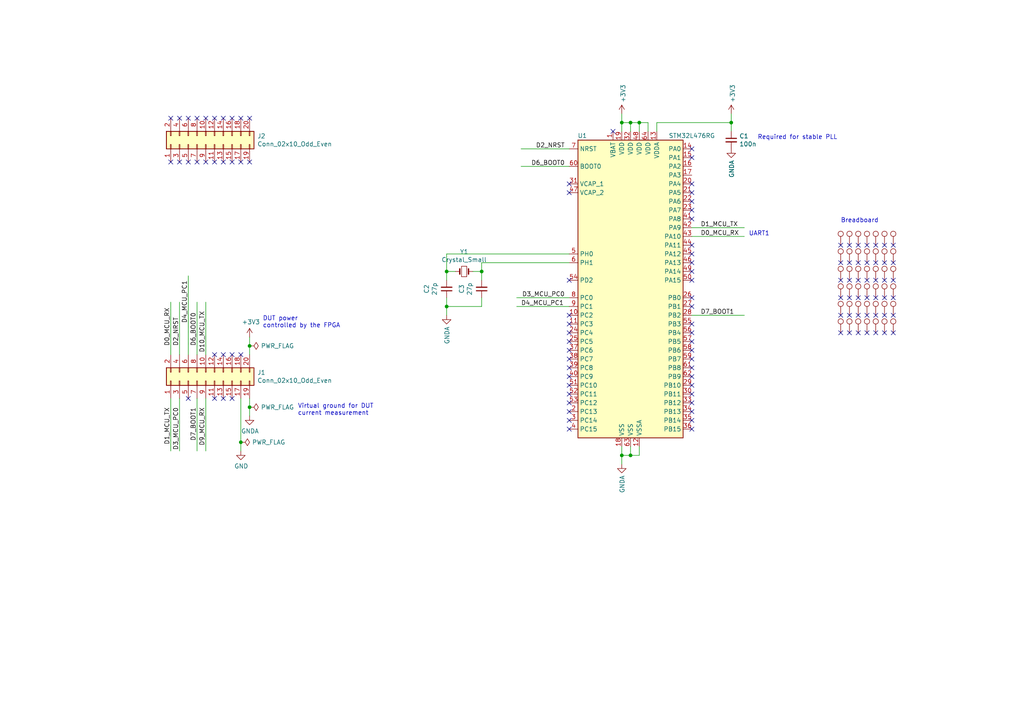
<source format=kicad_sch>
(kicad_sch (version 20230121) (generator eeschema)
  (paper "A4")
  (title_block (title "Scaffold STM32L476 daughterboard") (date "2024-0-21") (company "Laurent Bonnet") (comment 1 "Under LGPL v3 license"))
  (lib_symbols
    (symbol "stm32f205-rescue:+3V3-power" (power) (pin_names (offset 0))
      (property "Value" "+3V3-power" (at 0 3.556 0))
      (symbol "+3V3-power_0_1"
        (polyline (pts (xy -0.762 1.27) (xy 0 2.54)))
        (polyline (pts (xy 0 0) (xy 0 2.54)))
        (polyline (pts (xy 0 2.54) (xy 0.762 1.27)))
      )
      (symbol "+3V3-power_1_1"
        (pin power_in line (at 0 0 90) (length 0) hide (name "+3V3") (number "1"))
      )
    )
    (symbol "stm32f205-rescue:C_Small-Device" (pin_numbers hide) (pin_names (offset 0.254) hide)
      (property "Reference" "C" (at 0.254 1.778 0))
      (property "Value" "Device_C_Small" (at 0.254 -2.032 0))
      (symbol "C_Small-Device_0_1"
        (polyline (pts (xy -1.524 -0.508) (xy 1.524 -0.508)) (stroke (width 0.3302)))
        (polyline (pts (xy -1.524 0.508) (xy 1.524 0.508)) (stroke (width 0.3048)))
      )
      (symbol "C_Small-Device_1_1"
        (pin passive line (at 0 2.54 270) (length 2.032) (name "~") (number "1"))
        (pin passive line (at 0 -2.54 90) (length 2.032) (name "~") (number "2"))
      )
    )
    (symbol "stm32f205-rescue:Conn_02x10_Odd_Even-Connector_Generic" (pin_names (offset 1.016) hide)
      (property "Reference" "J" (at 1.27 12.7 0))
      (property "Value" "Connector_Generic_Conn_02x10_Odd_Even" (at 1.27 -15.24 0))
      (symbol "Conn_02x10_Odd_Even-Connector_Generic_1_1"
        (rectangle (start -1.27 -12.573) (end 0 -12.827) (stroke (width 0.1524)))
        (rectangle (start -1.27 -10.033) (end 0 -10.287) (stroke (width 0.1524)))
        (rectangle (start -1.27 -7.493) (end 0 -7.747) (stroke (width 0.1524)))
        (rectangle (start -1.27 -4.953) (end 0 -5.207) (stroke (width 0.1524)))
        (rectangle (start -1.27 -2.413) (end 0 -2.667) (stroke (width 0.1524)))
        (rectangle (start -1.27 0.127) (end 0 -0.127) (stroke (width 0.1524)))
        (rectangle (start -1.27 2.667) (end 0 2.413) (stroke (width 0.1524)))
        (rectangle (start -1.27 5.207) (end 0 4.953) (stroke (width 0.1524)))
        (rectangle (start -1.27 7.747) (end 0 7.493) (stroke (width 0.1524)))
        (rectangle (start -1.27 10.287) (end 0 10.033) (stroke (width 0.1524)))
        (rectangle (start -1.27 11.43) (end 3.81 -13.97) (stroke (width 0.254)) (fill (type background)))
        (rectangle (start 3.81 -12.573) (end 2.54 -12.827) (stroke (width 0.1524)))
        (rectangle (start 3.81 -10.033) (end 2.54 -10.287) (stroke (width 0.1524)))
        (rectangle (start 3.81 -7.493) (end 2.54 -7.747) (stroke (width 0.1524)))
        (rectangle (start 3.81 -4.953) (end 2.54 -5.207) (stroke (width 0.1524)))
        (rectangle (start 3.81 -2.413) (end 2.54 -2.667) (stroke (width 0.1524)))
        (rectangle (start 3.81 0.127) (end 2.54 -0.127) (stroke (width 0.1524)))
        (rectangle (start 3.81 2.667) (end 2.54 2.413) (stroke (width 0.1524)))
        (rectangle (start 3.81 5.207) (end 2.54 4.953) (stroke (width 0.1524)))
        (rectangle (start 3.81 7.747) (end 2.54 7.493) (stroke (width 0.1524)))
        (rectangle (start 3.81 10.287) (end 2.54 10.033) (stroke (width 0.1524)))
        (pin passive line (at -5.08 10.16 0) (length 3.81) (name "Pin_1") (number "1"))
        (pin passive line (at 7.62 0 180) (length 3.81) (name "Pin_10") (number "10"))
        (pin passive line (at -5.08 -2.54 0) (length 3.81) (name "Pin_11") (number "11"))
        (pin passive line (at 7.62 -2.54 180) (length 3.81) (name "Pin_12") (number "12"))
        (pin passive line (at -5.08 -5.08 0) (length 3.81) (name "Pin_13") (number "13"))
        (pin passive line (at 7.62 -5.08 180) (length 3.81) (name "Pin_14") (number "14"))
        (pin passive line (at -5.08 -7.62 0) (length 3.81) (name "Pin_15") (number "15"))
        (pin passive line (at 7.62 -7.62 180) (length 3.81) (name "Pin_16") (number "16"))
        (pin passive line (at -5.08 -10.16 0) (length 3.81) (name "Pin_17") (number "17"))
        (pin passive line (at 7.62 -10.16 180) (length 3.81) (name "Pin_18") (number "18"))
        (pin passive line (at -5.08 -12.7 0) (length 3.81) (name "Pin_19") (number "19"))
        (pin passive line (at 7.62 10.16 180) (length 3.81) (name "Pin_2") (number "2"))
        (pin passive line (at 7.62 -12.7 180) (length 3.81) (name "Pin_20") (number "20"))
        (pin passive line (at -5.08 7.62 0) (length 3.81) (name "Pin_3") (number "3"))
        (pin passive line (at 7.62 7.62 180) (length 3.81) (name "Pin_4") (number "4"))
        (pin passive line (at -5.08 5.08 0) (length 3.81) (name "Pin_5") (number "5"))
        (pin passive line (at 7.62 5.08 180) (length 3.81) (name "Pin_6") (number "6"))
        (pin passive line (at -5.08 2.54 0) (length 3.81) (name "Pin_7") (number "7"))
        (pin passive line (at 7.62 2.54 180) (length 3.81) (name "Pin_8") (number "8"))
        (pin passive line (at -5.08 0 0) (length 3.81) (name "Pin_9") (number "9"))
      )
    )
    (symbol "stm32f205-rescue:Crystal_Small-Device" (pin_numbers hide) (pin_names (offset 1.016) hide)
      (property "Reference" "Y" (at 0 2.54 0))
      (property "Value" "Device_Crystal_Small" (at 0 -2.54 0))
      (symbol "Crystal_Small-Device_0_1"
        (rectangle (start -0.762 -1.524) (end 0.762 1.524))
        (polyline (pts (xy -1.27 -0.762) (xy -1.27 0.762)) (stroke (width 0.381)))
        (polyline (pts (xy 1.27 -0.762) (xy 1.27 0.762)) (stroke (width 0.381)))
      )
      (symbol "Crystal_Small-Device_1_1"
        (pin passive line (at -2.54 0 0) (length 1.27) (name "1") (number "1"))
        (pin passive line (at 2.54 0 180) (length 1.27) (name "2") (number "2"))
      )
    )
    (symbol "stm32f205-rescue:GND-power" (power) (pin_names (offset 0))
      (property "Value" "GND-power" (at 0 -3.81 0))
      (symbol "GND-power_0_1"
        (polyline (pts (xy 0 0) (xy 0 -1.27) (xy 1.27 -1.27) (xy 0 -2.54) (xy -1.27 -1.27) (xy 0 -1.27)))
      )
      (symbol "GND-power_1_1"
        (pin power_in line (at 0 0 270) (length 0) hide (name "GND") (number "1"))
      )
    )
    (symbol "stm32f205-rescue:GNDA-power" (power) (pin_names (offset 0))
      (property "Value" "GNDA-power" (at 0 -3.81 0))
      (symbol "GNDA-power_0_1"
        (polyline (pts (xy 0 0) (xy 0 -1.27) (xy 1.27 -1.27) (xy 0 -2.54) (xy -1.27 -1.27) (xy 0 -1.27)))
      )
      (symbol "GNDA-power_1_1"
        (pin power_in line (at 0 0 270) (length 0) hide (name "GNDA") (number "1"))
      )
    )
    (symbol "stm32f205-rescue:PWR_FLAG-power" (power) (pin_numbers hide) (pin_names (offset 0) hide)
      (property "Value" "PWR_FLAG-power" (at 0 3.81 0))
      (symbol "PWR_FLAG-power_0_0"
        (pin power_out line (at 0 0 90) (length 0) (name "pwr") (number "1"))
      )
      (symbol "PWR_FLAG-power_0_1"
        (polyline (pts (xy 0 0) (xy 0 1.27) (xy -1.016 1.905) (xy 0 2.54) (xy 1.016 1.905) (xy 0 1.27)))
      )
    )
    (symbol "stm32f205-rescue:STM32F205RETx-MCU_ST_STM32F2"
      (property "Reference" "U" (at -15.24 44.45 0))
      (property "Value" "MCU_ST_STM32F2_STM32F205RETx" (at 10.16 44.45 0))
      (symbol "STM32F205RETx-MCU_ST_STM32F2_0_1"
        (rectangle (start -15.24 -43.18) (end 15.24 43.18) (stroke (width 0.254)) (fill (type background)))
      )
      (symbol "STM32F205RETx-MCU_ST_STM32F2_1_1"
        (pin power_in line (at -5.08 45.72 270) (length 2.54) (name "VBAT") (number "1"))
        (pin bidirectional line (at -17.78 -7.62 0) (length 2.54) (name "PC2") (number "10"))
        (pin bidirectional line (at -17.78 -10.16 0) (length 2.54) (name "PC3") (number "11"))
        (pin power_in line (at 2.54 -45.72 90) (length 2.54) (name "VSSA") (number "12"))
        (pin power_in line (at 7.62 45.72 270) (length 2.54) (name "VDDA") (number "13"))
        (pin bidirectional line (at 17.78 40.64 180) (length 2.54) (name "PA0") (number "14"))
        (pin bidirectional line (at 17.78 38.1 180) (length 2.54) (name "PA1") (number "15"))
        (pin bidirectional line (at 17.78 35.56 180) (length 2.54) (name "PA2") (number "16"))
        (pin bidirectional line (at 17.78 33.02 180) (length 2.54) (name "PA3") (number "17"))
        (pin power_in line (at -2.54 -45.72 90) (length 2.54) (name "VSS") (number "18"))
        (pin power_in line (at -2.54 45.72 270) (length 2.54) (name "VDD") (number "19"))
        (pin bidirectional line (at -17.78 -35.56 0) (length 2.54) (name "PC13") (number "2"))
        (pin bidirectional line (at 17.78 30.48 180) (length 2.54) (name "PA4") (number "20"))
        (pin bidirectional line (at 17.78 27.94 180) (length 2.54) (name "PA5") (number "21"))
        (pin bidirectional line (at 17.78 25.4 180) (length 2.54) (name "PA6") (number "22"))
        (pin bidirectional line (at 17.78 22.86 180) (length 2.54) (name "PA7") (number "23"))
        (pin bidirectional line (at -17.78 -12.7 0) (length 2.54) (name "PC4") (number "24"))
        (pin bidirectional line (at -17.78 -15.24 0) (length 2.54) (name "PC5") (number "25"))
        (pin bidirectional line (at 17.78 -2.54 180) (length 2.54) (name "PB0") (number "26"))
        (pin bidirectional line (at 17.78 -5.08 180) (length 2.54) (name "PB1") (number "27"))
        (pin bidirectional line (at 17.78 -7.62 180) (length 2.54) (name "PB2") (number "28"))
        (pin bidirectional line (at 17.78 -27.94 180) (length 2.54) (name "PB10") (number "29"))
        (pin bidirectional line (at -17.78 -38.1 0) (length 2.54) (name "PC14") (number "3"))
        (pin bidirectional line (at 17.78 -30.48 180) (length 2.54) (name "PB11") (number "30"))
        (pin power_in line (at -17.78 30.48 0) (length 2.54) (name "VCAP_1") (number "31"))
        (pin power_in line (at 0 45.72 270) (length 2.54) (name "VDD") (number "32"))
        (pin bidirectional line (at 17.78 -33.02 180) (length 2.54) (name "PB12") (number "33"))
        (pin bidirectional line (at 17.78 -35.56 180) (length 2.54) (name "PB13") (number "34"))
        (pin bidirectional line (at 17.78 -38.1 180) (length 2.54) (name "PB14") (number "35"))
        (pin bidirectional line (at 17.78 -40.64 180) (length 2.54) (name "PB15") (number "36"))
        (pin bidirectional line (at -17.78 -17.78 0) (length 2.54) (name "PC6") (number "37"))
        (pin bidirectional line (at -17.78 -20.32 0) (length 2.54) (name "PC7") (number "38"))
        (pin bidirectional line (at -17.78 -22.86 0) (length 2.54) (name "PC8") (number "39"))
        (pin bidirectional line (at -17.78 -40.64 0) (length 2.54) (name "PC15") (number "4"))
        (pin bidirectional line (at -17.78 -25.4 0) (length 2.54) (name "PC9") (number "40"))
        (pin bidirectional line (at 17.78 20.32 180) (length 2.54) (name "PA8") (number "41"))
        (pin bidirectional line (at 17.78 17.78 180) (length 2.54) (name "PA9") (number "42"))
        (pin bidirectional line (at 17.78 15.24 180) (length 2.54) (name "PA10") (number "43"))
        (pin bidirectional line (at 17.78 12.7 180) (length 2.54) (name "PA11") (number "44"))
        (pin bidirectional line (at 17.78 10.16 180) (length 2.54) (name "PA12") (number "45"))
        (pin bidirectional line (at 17.78 7.62 180) (length 2.54) (name "PA13") (number "46"))
        (pin power_in line (at -17.78 27.94 0) (length 2.54) (name "VCAP_2") (number "47"))
        (pin power_in line (at 2.54 45.72 270) (length 2.54) (name "VDD") (number "48"))
        (pin bidirectional line (at 17.78 5.08 180) (length 2.54) (name "PA14") (number "49"))
        (pin input line (at -17.78 10.16 0) (length 2.54) (name "PH0") (number "5"))
        (pin bidirectional line (at 17.78 2.54 180) (length 2.54) (name "PA15") (number "50"))
        (pin bidirectional line (at -17.78 -27.94 0) (length 2.54) (name "PC10") (number "51"))
        (pin bidirectional line (at -17.78 -30.48 0) (length 2.54) (name "PC11") (number "52"))
        (pin bidirectional line (at -17.78 -33.02 0) (length 2.54) (name "PC12") (number "53"))
        (pin bidirectional line (at -17.78 2.54 0) (length 2.54) (name "PD2") (number "54"))
        (pin bidirectional line (at 17.78 -10.16 180) (length 2.54) (name "PB3") (number "55"))
        (pin bidirectional line (at 17.78 -12.7 180) (length 2.54) (name "PB4") (number "56"))
        (pin bidirectional line (at 17.78 -15.24 180) (length 2.54) (name "PB5") (number "57"))
        (pin bidirectional line (at 17.78 -17.78 180) (length 2.54) (name "PB6") (number "58"))
        (pin bidirectional line (at 17.78 -20.32 180) (length 2.54) (name "PB7") (number "59"))
        (pin input line (at -17.78 7.62 0) (length 2.54) (name "PH1") (number "6"))
        (pin input line (at -17.78 35.56 0) (length 2.54) (name "BOOT0") (number "60"))
        (pin bidirectional line (at 17.78 -22.86 180) (length 2.54) (name "PB8") (number "61"))
        (pin bidirectional line (at 17.78 -25.4 180) (length 2.54) (name "PB9") (number "62"))
        (pin power_in line (at 0 -45.72 90) (length 2.54) (name "VSS") (number "63"))
        (pin power_in line (at 5.08 45.72 270) (length 2.54) (name "VDD") (number "64"))
        (pin input line (at -17.78 40.64 0) (length 2.54) (name "NRST") (number "7"))
        (pin bidirectional line (at -17.78 -2.54 0) (length 2.54) (name "PC0") (number "8"))
        (pin bidirectional line (at -17.78 -5.08 0) (length 2.54) (name "PC1") (number "9"))
      )
    )
    (symbol "stm32f205-rescue:TestPoint-Connector" (pin_numbers hide) (pin_names (offset 0.762) hide)
      (property "Reference" "TP" (at 0 6.858 0))
      (property "Value" "Connector_TestPoint" (at 0 5.08 0))
      (symbol "TestPoint-Connector_0_1"
        (circle (center 0 3.302) (radius 0.762))
      )
      (symbol "TestPoint-Connector_1_1"
        (pin passive line (at 0 0 90) (length 2.54) (name "1") (number "1"))
      )
    )
  )
  (junction (at 182.88 35.56))
  (junction (at 72.39 118.11))
  (junction (at 180.34 35.56))
  (junction (at 129.54 78.74))
  (junction (at 69.85 128.27))
  (junction (at 212.09 35.56))
  (junction (at 72.39 100.33))
  (junction (at 129.54 88.9))
  (junction (at 182.88 132.08))
  (junction (at 180.34 132.08))
  (junction (at 185.42 35.56))
  (junction (at 139.7 78.74))
  (no_connect (at 259.08 96.52))
  (no_connect (at 246.38 91.44))
  (no_connect (at 254 81.28))
  (no_connect (at 67.31 115.57))
  (no_connect (at 165.1 114.3))
  (no_connect (at 200.66 63.5))
  (no_connect (at 165.1 53.34))
  (no_connect (at 52.07 34.29))
  (no_connect (at 49.53 46.99))
  (no_connect (at 200.66 81.28))
  (no_connect (at 54.61 34.29))
  (no_connect (at 59.69 46.99))
  (no_connect (at 251.46 76.2))
  (no_connect (at 200.66 93.98))
  (no_connect (at 165.1 119.38))
  (no_connect (at 200.66 78.74))
  (no_connect (at 64.77 102.87))
  (no_connect (at 259.08 91.44))
  (no_connect (at 256.54 86.36))
  (no_connect (at 256.54 81.28))
  (no_connect (at 246.38 76.2))
  (no_connect (at 259.08 76.2))
  (no_connect (at 254 71.12))
  (no_connect (at 64.77 46.99))
  (no_connect (at 254 96.52))
  (no_connect (at 254 76.2))
  (no_connect (at 251.46 86.36))
  (no_connect (at 200.66 116.84))
  (no_connect (at 251.46 96.52))
  (no_connect (at 69.85 46.99))
  (no_connect (at 165.1 106.68))
  (no_connect (at 254 86.36))
  (no_connect (at 200.66 53.34))
  (no_connect (at 165.1 104.14))
  (no_connect (at 200.66 106.68))
  (no_connect (at 200.66 121.92))
  (no_connect (at 49.53 34.29))
  (no_connect (at 165.1 116.84))
  (no_connect (at 67.31 102.87))
  (no_connect (at 62.23 115.57))
  (no_connect (at 246.38 96.52))
  (no_connect (at 165.1 93.98))
  (no_connect (at 165.1 109.22))
  (no_connect (at 165.1 121.92))
  (no_connect (at 243.84 81.28))
  (no_connect (at 259.08 81.28))
  (no_connect (at 64.77 115.57))
  (no_connect (at 67.31 46.99))
  (no_connect (at 251.46 71.12))
  (no_connect (at 248.92 96.52))
  (no_connect (at 200.66 96.52))
  (no_connect (at 59.69 34.29))
  (no_connect (at 165.1 91.44))
  (no_connect (at 200.66 114.3))
  (no_connect (at 67.31 34.29))
  (no_connect (at 246.38 86.36))
  (no_connect (at 200.66 45.72))
  (no_connect (at 256.54 76.2))
  (no_connect (at 248.92 81.28))
  (no_connect (at 256.54 91.44))
  (no_connect (at 165.1 81.28))
  (no_connect (at 248.92 91.44))
  (no_connect (at 200.66 73.66))
  (no_connect (at 248.92 71.12))
  (no_connect (at 165.1 55.88))
  (no_connect (at 243.84 76.2))
  (no_connect (at 200.66 55.88))
  (no_connect (at 165.1 96.52))
  (no_connect (at 62.23 102.87))
  (no_connect (at 57.15 34.29))
  (no_connect (at 62.23 34.29))
  (no_connect (at 259.08 86.36))
  (no_connect (at 243.84 91.44))
  (no_connect (at 62.23 46.99))
  (no_connect (at 200.66 86.36))
  (no_connect (at 200.66 88.9))
  (no_connect (at 200.66 99.06))
  (no_connect (at 200.66 76.2))
  (no_connect (at 248.92 86.36))
  (no_connect (at 165.1 124.46))
  (no_connect (at 200.66 43.18))
  (no_connect (at 251.46 81.28))
  (no_connect (at 200.66 124.46))
  (no_connect (at 52.07 46.99))
  (no_connect (at 256.54 71.12))
  (no_connect (at 54.61 46.99))
  (no_connect (at 54.61 115.57))
  (no_connect (at 243.84 86.36))
  (no_connect (at 64.77 34.29))
  (no_connect (at 243.84 71.12))
  (no_connect (at 165.1 101.6))
  (no_connect (at 246.38 71.12))
  (no_connect (at 256.54 96.52))
  (no_connect (at 72.39 46.99))
  (no_connect (at 165.1 111.76))
  (no_connect (at 248.92 76.2))
  (no_connect (at 165.1 99.06))
  (no_connect (at 243.84 96.52))
  (no_connect (at 200.66 58.42))
  (no_connect (at 200.66 119.38))
  (no_connect (at 246.38 81.28))
  (no_connect (at 57.15 46.99))
  (no_connect (at 72.39 34.29))
  (no_connect (at 259.08 71.12))
  (no_connect (at 254 91.44))
  (no_connect (at 200.66 71.12))
  (no_connect (at 69.85 102.87))
  (no_connect (at 200.66 111.76))
  (no_connect (at 200.66 104.14))
  (no_connect (at 69.85 34.29))
  (no_connect (at 200.66 60.96))
  (no_connect (at 200.66 101.6))
  (no_connect (at 177.8 38.1))
  (no_connect (at 200.66 109.22))
  (no_connect (at 251.46 91.44))
  (wire (pts (xy 129.54 78.74) (xy 132.08 78.74)))
  (wire (pts (xy 139.7 86.36) (xy 139.7 88.9)))
  (wire (pts (xy 49.53 115.57) (xy 49.53 130.81)))
  (wire (pts (xy 54.61 80.01) (xy 54.61 102.87)))
  (wire (pts (xy 151.13 43.18) (xy 165.1 43.18)))
  (wire (pts (xy 139.7 81.28) (xy 139.7 78.74)))
  (wire (pts (xy 200.66 91.44) (xy 215.9 91.44)))
  (wire (pts (xy 190.5 38.1) (xy 190.5 35.56)))
  (wire (pts (xy 187.96 38.1) (xy 187.96 35.56)))
  (wire (pts (xy 180.34 132.08) (xy 180.34 134.62)))
  (wire (pts (xy 200.66 68.58) (xy 215.9 68.58)))
  (wire (pts (xy 69.85 128.27) (xy 69.85 115.57)))
  (wire (pts (xy 200.66 66.04) (xy 215.9 66.04)))
  (wire (pts (xy 165.1 76.2) (xy 139.7 76.2)))
  (wire (pts (xy 57.15 115.57) (xy 57.15 130.81)))
  (wire (pts (xy 139.7 88.9) (xy 129.54 88.9)))
  (wire (pts (xy 52.07 115.57) (xy 52.07 130.81)))
  (wire (pts (xy 69.85 130.81) (xy 69.85 128.27)))
  (wire (pts (xy 52.07 102.87) (xy 52.07 87.63)))
  (wire (pts (xy 129.54 73.66) (xy 129.54 78.74)))
  (wire (pts (xy 149.86 88.9) (xy 165.1 88.9)))
  (wire (pts (xy 180.34 35.56) (xy 180.34 33.02)))
  (wire (pts (xy 180.34 132.08) (xy 182.88 132.08)))
  (wire (pts (xy 72.39 118.11) (xy 72.39 120.65)))
  (wire (pts (xy 182.88 35.56) (xy 180.34 35.56)))
  (wire (pts (xy 72.39 100.33) (xy 72.39 102.87)))
  (wire (pts (xy 57.15 102.87) (xy 57.15 87.63)))
  (wire (pts (xy 59.69 87.63) (xy 59.69 102.87)))
  (wire (pts (xy 185.42 132.08) (xy 182.88 132.08)))
  (wire (pts (xy 182.88 132.08) (xy 182.88 129.54)))
  (wire (pts (xy 185.42 129.54) (xy 185.42 132.08)))
  (wire (pts (xy 129.54 86.36) (xy 129.54 88.9)))
  (wire (pts (xy 180.34 38.1) (xy 180.34 35.56)))
  (wire (pts (xy 139.7 78.74) (xy 137.16 78.74)))
  (wire (pts (xy 165.1 73.66) (xy 129.54 73.66)))
  (wire (pts (xy 129.54 88.9) (xy 129.54 91.44)))
  (wire (pts (xy 212.09 35.56) (xy 212.09 33.02)))
  (wire (pts (xy 59.69 115.57) (xy 59.69 130.81)))
  (wire (pts (xy 182.88 38.1) (xy 182.88 35.56)))
  (wire (pts (xy 139.7 76.2) (xy 139.7 78.74)))
  (wire (pts (xy 72.39 97.79) (xy 72.39 100.33)))
  (wire (pts (xy 151.13 48.26) (xy 165.1 48.26)))
  (wire (pts (xy 165.1 86.36) (xy 149.86 86.36)))
  (wire (pts (xy 49.53 102.87) (xy 49.53 87.63)))
  (wire (pts (xy 129.54 81.28) (xy 129.54 78.74)))
  (wire (pts (xy 180.34 129.54) (xy 180.34 132.08)))
  (wire (pts (xy 187.96 35.56) (xy 185.42 35.56)))
  (wire (pts (xy 185.42 35.56) (xy 182.88 35.56)))
  (wire (pts (xy 190.5 35.56) (xy 212.09 35.56)))
  (wire (pts (xy 185.42 38.1) (xy 185.42 35.56)))
  (wire (pts (xy 72.39 115.57) (xy 72.39 118.11)))
  (wire (pts (xy 212.09 38.1) (xy 212.09 35.56)))
  (text "DUT power\ncontrolled by the FPGA" (at 76.2 95.25 0) (effects (font (size 1.27 1.27)) (justify left bottom)))
  (text "Virtual ground for DUT\ncurrent measurement" (at 86.36 120.65 0) (effects (font (size 1.27 1.27)) (justify left bottom)))
  (text "UART1" (at 217.17 68.58 0) (effects (font (size 1.27 1.27)) (justify left bottom)))
  (text "Breadboard" (at 243.84 64.77 0) (effects (font (size 1.27 1.27)) (justify left bottom)))
  (text "Required for stable PLL" (at 219.71 40.64 0) (effects (font (size 1.27 1.27)) (justify left bottom)))
  (label "D6_BOOT0" (at 163.83 48.26 180))
  (label "D4_MCU_PC1" (at 151.13 88.9 0))
  (label "D1_MCU_TX" (at 49.53 118.11 270))
  (label "D2_NRST" (at 163.83 43.18 180))
  (label "D6_BOOT0" (at 57.15 100.33 90))
  (label "D0_MCU_RX" (at 49.53 100.33 90))
  (label "D4_MCU_PC1" (at 54.61 81.28 270))
  (label "D3_MCU_PC0" (at 163.83 86.36 180))
  (label "D2_NRST" (at 52.07 100.33 90))
  (label "D7_BOOT1" (at 203.2 91.44 0))
  (label "D9_MCU_RX" (at 59.69 118.11 270))
  (label "D0_MCU_RX" (at 203.2 68.58 0))
  (label "D3_MCU_PC0" (at 52.07 118.11 270))
  (label "D10_MCU_TX" (at 59.69 90.17 270))
  (label "D1_MCU_TX" (at 203.2 66.04 0))
  (label "D7_BOOT1" (at 57.15 118.11 270))
  (symbol (lib_id "stm32f205-rescue:STM32F205RETx-MCU_ST_STM32F2") (at 182.88 83.82 0) (unit 1)
    (property "Reference" "U1" (at 168.91 39.37 0))
    (property "Value" "STM32L476RG" (at 200.66 39.37 0))
    (property "Footprint" "mykicadlibs:ALLSOCKET-QFP64" (effects hide))
    (property "Datasheet" "http://www.st.com/st-web-ui/static/active/en/resource/technical/document/datasheet/CD00237391.pdf" (effects hide))
  )
  (symbol (lib_id "stm32f205-rescue:+3V3-power") (at 180.34 33.02 0) (unit 1)
    (property "Reference" "#PWR0107" (effects hide))
    (property "Value" "+3V3" (at 180.721 29.7688 90) (effects (justify left)))
  )
  (symbol (lib_id "stm32f205-rescue:GNDA-power") (at 180.34 134.62 0) (unit 1)
    (property "Reference" "#PWR0108" (effects hide))
    (property "Value" "GNDA" (at 180.467 137.8458 90) (effects (justify right)))
  )
  (symbol (lib_id "stm32f205-rescue:+3V3-power") (at 212.09 33.02 0) (unit 1)
    (property "Reference" "#PWR0109" (effects hide))
    (property "Value" "+3V3" (at 212.471 29.7688 90) (effects (justify left)))
  )
  (symbol (lib_id "stm32f205-rescue:C_Small-Device") (at 212.09 40.64 0) (unit 1)
    (property "Reference" "C1" (at 214.4268 39.4716 0) (effects (justify left)))
    (property "Value" "100n" (at 214.4268 41.783 0) (effects (justify left)))
    (property "Footprint" "Capacitor_SMD:C_0805_2012Metric" (effects hide))
  )
  (symbol (lib_id "stm32f205-rescue:GNDA-power") (at 212.09 43.18 0) (unit 1)
    (property "Reference" "#PWR0110" (effects hide))
    (property "Value" "GNDA" (at 212.217 46.4058 90) (effects (justify right)))
  )
  (symbol (lib_id "stm32f205-rescue:Crystal_Small-Device") (at 134.62 78.74 0) (unit 1)
    (property "Reference" "Y1" (at 134.62 73.025 0))
    (property "Value" "Crystal_Small" (at 134.62 75.3364 0))
    (property "Footprint" "Crystal:Crystal_HC18-U_Vertical" (effects hide))
  )
  (symbol (lib_id "stm32f205-rescue:C_Small-Device") (at 129.54 83.82 180) (unit 1)
    (property "Reference" "C2" (at 123.7234 83.82 90))
    (property "Value" "27p" (at 126.0348 83.82 90))
    (property "Footprint" "Capacitor_SMD:C_0805_2012Metric" (effects hide))
  )
  (symbol (lib_id "stm32f205-rescue:C_Small-Device") (at 139.7 83.82 180) (unit 1)
    (property "Reference" "C3" (at 133.8834 83.82 90))
    (property "Value" "27p" (at 136.1948 83.82 90))
    (property "Footprint" "Capacitor_SMD:C_0805_2012Metric" (effects hide))
  )
  (symbol (lib_id "stm32f205-rescue:GNDA-power") (at 129.54 91.44 0) (unit 1)
    (property "Reference" "#PWR0111" (effects hide))
    (property "Value" "GNDA" (at 129.667 94.6658 90) (effects (justify right)))
  )
  (symbol (lib_id "stm32f205-rescue:Conn_02x10_Odd_Even-Connector_Generic") (at 59.69 110.49 90) (unit 1)
    (property "Reference" "J1" (at 74.6252 108.0516 90) (effects (justify right)))
    (property "Value" "Conn_02x10_Odd_Even" (at 74.6252 110.363 90) (effects (justify right)))
    (property "Footprint" "Connector_PinSocket_2.54mm:PinSocket_2x10_P2.54mm_Vertical" (effects hide))
  )
  (symbol (lib_id "stm32f205-rescue:Conn_02x10_Odd_Even-Connector_Generic") (at 59.69 41.91 90) (unit 1)
    (property "Reference" "J2" (at 74.6252 39.4716 90) (effects (justify right)))
    (property "Value" "Conn_02x10_Odd_Even" (at 74.6252 41.783 90) (effects (justify right)))
    (property "Footprint" "Connector_PinSocket_2.54mm:PinSocket_2x10_P2.54mm_Vertical" (effects hide))
  )
  (symbol (lib_id "stm32f205-rescue:+3V3-power") (at 72.39 97.79 0) (unit 1)
    (property "Reference" "#PWR0101" (effects hide))
    (property "Value" "+3V3" (at 72.771 93.3958 0))
  )
  (symbol (lib_id "stm32f205-rescue:GNDA-power") (at 72.39 120.65 0) (unit 1)
    (property "Reference" "#PWR0102" (effects hide))
    (property "Value" "GNDA" (at 72.517 125.0442 0))
  )
  (symbol (lib_id "stm32f205-rescue:GND-power") (at 69.85 130.81 0) (unit 1)
    (property "Reference" "#PWR0103" (effects hide))
    (property "Value" "GND" (at 69.977 135.2042 0))
  )
  (symbol (lib_id "stm32f205-rescue:TestPoint-Connector") (at 243.84 71.12 0) (unit 1)
    (property "Reference" "TP1" (effects hide))
    (property "Value" "TestPoint" (effects hide))
    (property "Footprint" "mykicadlibs:TEST_BREADBOARD_RECTANGULAR" (effects hide))
  )
  (symbol (lib_id "stm32f205-rescue:TestPoint-Connector") (at 246.38 71.12 0) (unit 1)
    (property "Reference" "TP7" (effects hide))
    (property "Value" "TestPoint" (effects hide))
    (property "Footprint" "mykicadlibs:TEST_BREADBOARD_RECTANGULAR" (effects hide))
  )
  (symbol (lib_id "stm32f205-rescue:TestPoint-Connector") (at 248.92 71.12 0) (unit 1)
    (property "Reference" "TP13" (effects hide))
    (property "Value" "TestPoint" (effects hide))
    (property "Footprint" "mykicadlibs:TEST_BREADBOARD_RECTANGULAR" (effects hide))
  )
  (symbol (lib_id "stm32f205-rescue:TestPoint-Connector") (at 251.46 71.12 0) (unit 1)
    (property "Reference" "TP19" (effects hide))
    (property "Value" "TestPoint" (effects hide))
    (property "Footprint" "mykicadlibs:TEST_BREADBOARD_RECTANGULAR" (effects hide))
  )
  (symbol (lib_id "stm32f205-rescue:TestPoint-Connector") (at 254 71.12 0) (unit 1)
    (property "Reference" "TP25" (effects hide))
    (property "Value" "TestPoint" (effects hide))
    (property "Footprint" "mykicadlibs:TEST_BREADBOARD_RECTANGULAR" (effects hide))
  )
  (symbol (lib_id "stm32f205-rescue:TestPoint-Connector") (at 256.54 71.12 0) (unit 1)
    (property "Reference" "TP31" (effects hide))
    (property "Value" "TestPoint" (effects hide))
    (property "Footprint" "mykicadlibs:TEST_BREADBOARD_RECTANGULAR" (effects hide))
  )
  (symbol (lib_id "stm32f205-rescue:TestPoint-Connector") (at 259.08 71.12 0) (unit 1)
    (property "Reference" "TP37" (effects hide))
    (property "Value" "TestPoint" (effects hide))
    (property "Footprint" "mykicadlibs:TEST_BREADBOARD_RECTANGULAR" (effects hide))
  )
  (symbol (lib_id "stm32f205-rescue:TestPoint-Connector") (at 243.84 76.2 0) (unit 1)
    (property "Reference" "TP2" (effects hide))
    (property "Value" "TestPoint" (effects hide))
    (property "Footprint" "mykicadlibs:TEST_BREADBOARD_RECTANGULAR" (effects hide))
  )
  (symbol (lib_id "stm32f205-rescue:TestPoint-Connector") (at 246.38 76.2 0) (unit 1)
    (property "Reference" "TP8" (effects hide))
    (property "Value" "TestPoint" (effects hide))
    (property "Footprint" "mykicadlibs:TEST_BREADBOARD_RECTANGULAR" (effects hide))
  )
  (symbol (lib_id "stm32f205-rescue:TestPoint-Connector") (at 248.92 76.2 0) (unit 1)
    (property "Reference" "TP14" (effects hide))
    (property "Value" "TestPoint" (effects hide))
    (property "Footprint" "mykicadlibs:TEST_BREADBOARD_RECTANGULAR" (effects hide))
  )
  (symbol (lib_id "stm32f205-rescue:TestPoint-Connector") (at 251.46 76.2 0) (unit 1)
    (property "Reference" "TP20" (effects hide))
    (property "Value" "TestPoint" (effects hide))
    (property "Footprint" "mykicadlibs:TEST_BREADBOARD_RECTANGULAR" (effects hide))
  )
  (symbol (lib_id "stm32f205-rescue:TestPoint-Connector") (at 254 76.2 0) (unit 1)
    (property "Reference" "TP26" (effects hide))
    (property "Value" "TestPoint" (effects hide))
    (property "Footprint" "mykicadlibs:TEST_BREADBOARD_RECTANGULAR" (effects hide))
  )
  (symbol (lib_id "stm32f205-rescue:TestPoint-Connector") (at 256.54 76.2 0) (unit 1)
    (property "Reference" "TP32" (effects hide))
    (property "Value" "TestPoint" (effects hide))
    (property "Footprint" "mykicadlibs:TEST_BREADBOARD_RECTANGULAR" (effects hide))
  )
  (symbol (lib_id "stm32f205-rescue:TestPoint-Connector") (at 259.08 76.2 0) (unit 1)
    (property "Reference" "TP38" (effects hide))
    (property "Value" "TestPoint" (effects hide))
    (property "Footprint" "mykicadlibs:TEST_BREADBOARD_RECTANGULAR" (effects hide))
  )
  (symbol (lib_id "stm32f205-rescue:TestPoint-Connector") (at 243.84 81.28 0) (unit 1)
    (property "Reference" "TP3" (effects hide))
    (property "Value" "TestPoint" (effects hide))
    (property "Footprint" "mykicadlibs:TEST_BREADBOARD_RECTANGULAR" (effects hide))
  )
  (symbol (lib_id "stm32f205-rescue:TestPoint-Connector") (at 246.38 81.28 0) (unit 1)
    (property "Reference" "TP9" (effects hide))
    (property "Value" "TestPoint" (effects hide))
    (property "Footprint" "mykicadlibs:TEST_BREADBOARD_RECTANGULAR" (effects hide))
  )
  (symbol (lib_id "stm32f205-rescue:TestPoint-Connector") (at 248.92 81.28 0) (unit 1)
    (property "Reference" "TP15" (effects hide))
    (property "Value" "TestPoint" (effects hide))
    (property "Footprint" "mykicadlibs:TEST_BREADBOARD_RECTANGULAR" (effects hide))
  )
  (symbol (lib_id "stm32f205-rescue:TestPoint-Connector") (at 251.46 81.28 0) (unit 1)
    (property "Reference" "TP21" (effects hide))
    (property "Value" "TestPoint" (effects hide))
    (property "Footprint" "mykicadlibs:TEST_BREADBOARD_RECTANGULAR" (effects hide))
  )
  (symbol (lib_id "stm32f205-rescue:TestPoint-Connector") (at 254 81.28 0) (unit 1)
    (property "Reference" "TP27" (effects hide))
    (property "Value" "TestPoint" (effects hide))
    (property "Footprint" "mykicadlibs:TEST_BREADBOARD_RECTANGULAR" (effects hide))
  )
  (symbol (lib_id "stm32f205-rescue:TestPoint-Connector") (at 256.54 81.28 0) (unit 1)
    (property "Reference" "TP33" (effects hide))
    (property "Value" "TestPoint" (effects hide))
    (property "Footprint" "mykicadlibs:TEST_BREADBOARD_RECTANGULAR" (effects hide))
  )
  (symbol (lib_id "stm32f205-rescue:TestPoint-Connector") (at 259.08 81.28 0) (unit 1)
    (property "Reference" "TP39" (effects hide))
    (property "Value" "TestPoint" (effects hide))
    (property "Footprint" "mykicadlibs:TEST_BREADBOARD_RECTANGULAR" (effects hide))
  )
  (symbol (lib_id "stm32f205-rescue:TestPoint-Connector") (at 243.84 86.36 0) (unit 1)
    (property "Reference" "TP4" (effects hide))
    (property "Value" "TestPoint" (effects hide))
    (property "Footprint" "mykicadlibs:TEST_BREADBOARD_RECTANGULAR" (effects hide))
  )
  (symbol (lib_id "stm32f205-rescue:TestPoint-Connector") (at 246.38 86.36 0) (unit 1)
    (property "Reference" "TP10" (effects hide))
    (property "Value" "TestPoint" (effects hide))
    (property "Footprint" "mykicadlibs:TEST_BREADBOARD_RECTANGULAR" (effects hide))
  )
  (symbol (lib_id "stm32f205-rescue:TestPoint-Connector") (at 248.92 86.36 0) (unit 1)
    (property "Reference" "TP16" (effects hide))
    (property "Value" "TestPoint" (effects hide))
    (property "Footprint" "mykicadlibs:TEST_BREADBOARD_RECTANGULAR" (effects hide))
  )
  (symbol (lib_id "stm32f205-rescue:TestPoint-Connector") (at 251.46 86.36 0) (unit 1)
    (property "Reference" "TP22" (effects hide))
    (property "Value" "TestPoint" (effects hide))
    (property "Footprint" "mykicadlibs:TEST_BREADBOARD_RECTANGULAR" (effects hide))
  )
  (symbol (lib_id "stm32f205-rescue:TestPoint-Connector") (at 254 86.36 0) (unit 1)
    (property "Reference" "TP28" (effects hide))
    (property "Value" "TestPoint" (effects hide))
    (property "Footprint" "mykicadlibs:TEST_BREADBOARD_RECTANGULAR" (effects hide))
  )
  (symbol (lib_id "stm32f205-rescue:TestPoint-Connector") (at 256.54 86.36 0) (unit 1)
    (property "Reference" "TP34" (effects hide))
    (property "Value" "TestPoint" (effects hide))
    (property "Footprint" "mykicadlibs:TEST_BREADBOARD_RECTANGULAR" (effects hide))
  )
  (symbol (lib_id "stm32f205-rescue:TestPoint-Connector") (at 259.08 86.36 0) (unit 1)
    (property "Reference" "TP40" (effects hide))
    (property "Value" "TestPoint" (effects hide))
    (property "Footprint" "mykicadlibs:TEST_BREADBOARD_RECTANGULAR" (effects hide))
  )
  (symbol (lib_id "stm32f205-rescue:TestPoint-Connector") (at 243.84 91.44 0) (unit 1)
    (property "Reference" "TP5" (effects hide))
    (property "Value" "TestPoint" (effects hide))
    (property "Footprint" "mykicadlibs:TEST_BREADBOARD_RECTANGULAR" (effects hide))
  )
  (symbol (lib_id "stm32f205-rescue:TestPoint-Connector") (at 246.38 91.44 0) (unit 1)
    (property "Reference" "TP11" (effects hide))
    (property "Value" "TestPoint" (effects hide))
    (property "Footprint" "mykicadlibs:TEST_BREADBOARD_RECTANGULAR" (effects hide))
  )
  (symbol (lib_id "stm32f205-rescue:TestPoint-Connector") (at 248.92 91.44 0) (unit 1)
    (property "Reference" "TP17" (effects hide))
    (property "Value" "TestPoint" (effects hide))
    (property "Footprint" "mykicadlibs:TEST_BREADBOARD_RECTANGULAR" (effects hide))
  )
  (symbol (lib_id "stm32f205-rescue:TestPoint-Connector") (at 251.46 91.44 0) (unit 1)
    (property "Reference" "TP23" (effects hide))
    (property "Value" "TestPoint" (effects hide))
    (property "Footprint" "mykicadlibs:TEST_BREADBOARD_RECTANGULAR" (effects hide))
  )
  (symbol (lib_id "stm32f205-rescue:TestPoint-Connector") (at 254 91.44 0) (unit 1)
    (property "Reference" "TP29" (effects hide))
    (property "Value" "TestPoint" (effects hide))
    (property "Footprint" "mykicadlibs:TEST_BREADBOARD_RECTANGULAR" (effects hide))
  )
  (symbol (lib_id "stm32f205-rescue:TestPoint-Connector") (at 256.54 91.44 0) (unit 1)
    (property "Reference" "TP35" (effects hide))
    (property "Value" "TestPoint" (effects hide))
    (property "Footprint" "mykicadlibs:TEST_BREADBOARD_RECTANGULAR" (effects hide))
  )
  (symbol (lib_id "stm32f205-rescue:TestPoint-Connector") (at 259.08 91.44 0) (unit 1)
    (property "Reference" "TP41" (effects hide))
    (property "Value" "TestPoint" (effects hide))
    (property "Footprint" "mykicadlibs:TEST_BREADBOARD_RECTANGULAR" (effects hide))
  )
  (symbol (lib_id "stm32f205-rescue:TestPoint-Connector") (at 243.84 96.52 0) (unit 1)
    (property "Reference" "TP6" (effects hide))
    (property "Value" "TestPoint" (effects hide))
    (property "Footprint" "mykicadlibs:TEST_BREADBOARD_RECTANGULAR" (effects hide))
  )
  (symbol (lib_id "stm32f205-rescue:TestPoint-Connector") (at 246.38 96.52 0) (unit 1)
    (property "Reference" "TP12" (effects hide))
    (property "Value" "TestPoint" (effects hide))
    (property "Footprint" "mykicadlibs:TEST_BREADBOARD_RECTANGULAR" (effects hide))
  )
  (symbol (lib_id "stm32f205-rescue:TestPoint-Connector") (at 248.92 96.52 0) (unit 1)
    (property "Reference" "TP18" (effects hide))
    (property "Value" "TestPoint" (effects hide))
    (property "Footprint" "mykicadlibs:TEST_BREADBOARD_RECTANGULAR" (effects hide))
  )
  (symbol (lib_id "stm32f205-rescue:TestPoint-Connector") (at 251.46 96.52 0) (unit 1)
    (property "Reference" "TP24" (effects hide))
    (property "Value" "TestPoint" (effects hide))
    (property "Footprint" "mykicadlibs:TEST_BREADBOARD_RECTANGULAR" (effects hide))
  )
  (symbol (lib_id "stm32f205-rescue:TestPoint-Connector") (at 254 96.52 0) (unit 1)
    (property "Reference" "TP30" (effects hide))
    (property "Value" "TestPoint" (effects hide))
    (property "Footprint" "mykicadlibs:TEST_BREADBOARD_RECTANGULAR" (effects hide))
  )
  (symbol (lib_id "stm32f205-rescue:TestPoint-Connector") (at 256.54 96.52 0) (unit 1)
    (property "Reference" "TP36" (effects hide))
    (property "Value" "TestPoint" (effects hide))
    (property "Footprint" "mykicadlibs:TEST_BREADBOARD_RECTANGULAR" (effects hide))
  )
  (symbol (lib_id "stm32f205-rescue:TestPoint-Connector") (at 259.08 96.52 0) (unit 1)
    (property "Reference" "TP42" (effects hide))
    (property "Value" "TestPoint" (effects hide))
    (property "Footprint" "mykicadlibs:TEST_BREADBOARD_RECTANGULAR" (effects hide))
  )
  (symbol (lib_id "stm32f205-rescue:PWR_FLAG-power") (at 72.39 118.11 270) (unit 1)
    (property "Reference" "#FLG0101" (effects hide))
    (property "Value" "PWR_FLAG" (at 75.6412 118.11 90) (effects (justify left)))
  )
  (symbol (lib_id "stm32f205-rescue:PWR_FLAG-power") (at 72.39 100.33 270) (unit 1)
    (property "Reference" "#FLG0102" (effects hide))
    (property "Value" "PWR_FLAG" (at 75.6412 100.33 90) (effects (justify left)))
  )
  (symbol (lib_id "stm32f205-rescue:PWR_FLAG-power") (at 69.85 128.27 270) (unit 1)
    (property "Reference" "#FLG0103" (effects hide))
    (property "Value" "PWR_FLAG" (at 73.1012 128.27 90) (effects (justify left)))
  )
)
</source>
